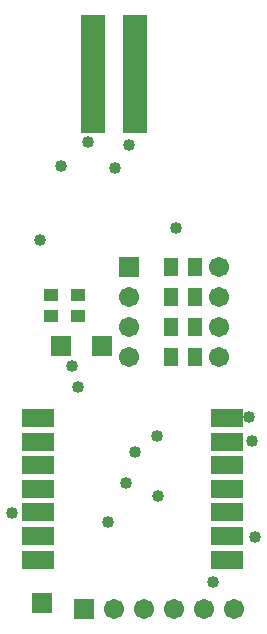
<source format=gbs>
%FSTAX24Y24*%
%MOIN*%
G70*
G01*
G75*
G04 Layer_Color=16711935*
%ADD10R,0.0709X0.0709*%
%ADD11R,0.0512X0.0472*%
%ADD12R,0.0374X0.1004*%
%ADD13R,0.1299X0.1004*%
%ADD14R,0.0512X0.0394*%
%ADD15R,0.0394X0.0512*%
%ADD16R,0.0630X0.0630*%
%ADD17O,0.0906X0.0236*%
%ADD18C,0.0100*%
%ADD19R,0.0591X0.0591*%
%ADD20C,0.0591*%
%ADD21C,0.0320*%
%ADD22R,0.0630X0.0630*%
%ADD23R,0.0374X0.0315*%
%ADD24R,0.0984X0.0512*%
%ADD25R,0.0787X0.3937*%
%ADD26R,0.0789X0.0789*%
%ADD27R,0.0592X0.0552*%
%ADD28R,0.0454X0.1084*%
%ADD29R,0.1379X0.1084*%
%ADD30R,0.0592X0.0474*%
%ADD31R,0.0474X0.0592*%
%ADD32R,0.0710X0.0710*%
%ADD33O,0.0986X0.0316*%
%ADD34R,0.0671X0.0671*%
%ADD35C,0.0671*%
%ADD36C,0.0400*%
%ADD37R,0.0710X0.0710*%
%ADD38R,0.0454X0.0395*%
%ADD39R,0.1064X0.0592*%
D25*
X238684Y199069D02*
D03*
X237306D02*
D03*
D31*
X240694Y19165D02*
D03*
X239906D02*
D03*
X240694Y19265D02*
D03*
X239906D02*
D03*
X240694Y19065D02*
D03*
X239906D02*
D03*
X240694Y18965D02*
D03*
X239906D02*
D03*
D34*
X237Y18125D02*
D03*
X2356Y18145D02*
D03*
X2385Y19265D02*
D03*
D35*
X238Y18125D02*
D03*
X239D02*
D03*
X24D02*
D03*
X241D02*
D03*
X242D02*
D03*
X2385Y19165D02*
D03*
Y19065D02*
D03*
Y18965D02*
D03*
X2415Y19265D02*
D03*
Y19165D02*
D03*
Y19065D02*
D03*
Y18965D02*
D03*
D36*
X236241Y196D02*
D03*
X237141Y1968D02*
D03*
X238041Y19595D02*
D03*
X238491Y1967D02*
D03*
X239411Y187D02*
D03*
X238684Y18647D02*
D03*
X235535Y193557D02*
D03*
X240062Y19395D02*
D03*
X2368Y18865D02*
D03*
X2366Y18935D02*
D03*
X234606Y184443D02*
D03*
X2378Y18415D02*
D03*
X2413Y18215D02*
D03*
X2427Y18365D02*
D03*
X2425Y18765D02*
D03*
X2426Y18685D02*
D03*
X2384Y18545D02*
D03*
X23945Y185D02*
D03*
D37*
X236243Y190013D02*
D03*
X237582D02*
D03*
D38*
X2359Y191704D02*
D03*
Y190995D02*
D03*
X2368D02*
D03*
Y191704D02*
D03*
D39*
X24175Y187612D02*
D03*
Y186824D02*
D03*
Y186037D02*
D03*
Y18525D02*
D03*
Y184462D02*
D03*
Y183675D02*
D03*
Y182887D02*
D03*
X23545Y187612D02*
D03*
Y186824D02*
D03*
Y186037D02*
D03*
Y18525D02*
D03*
Y184462D02*
D03*
Y183675D02*
D03*
Y182887D02*
D03*
M02*

</source>
